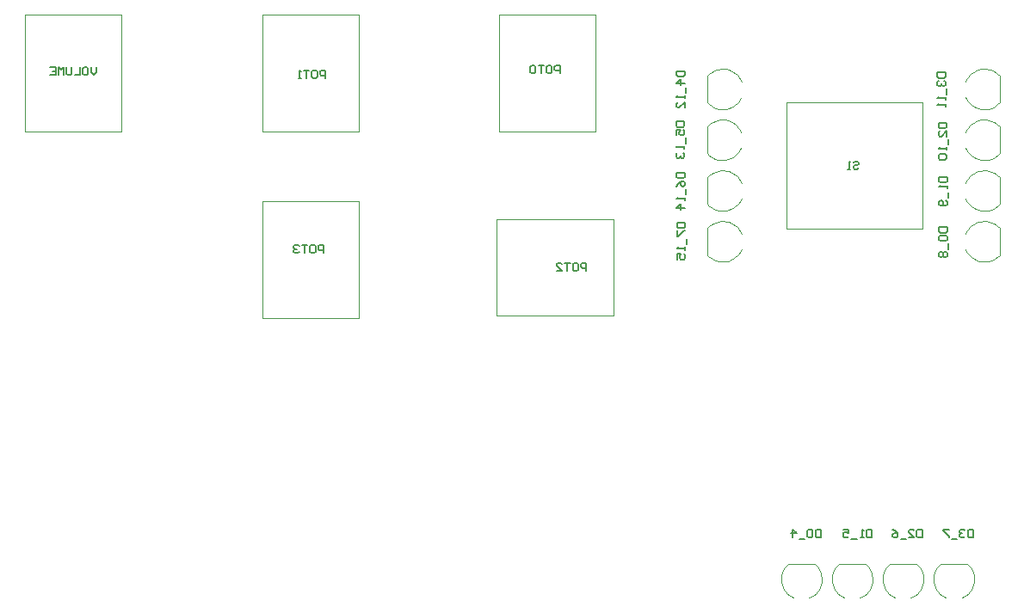
<source format=gbo>
G04*
G04 #@! TF.GenerationSoftware,Altium Limited,Altium Designer,20.1.11 (218)*
G04*
G04 Layer_Color=32896*
%FSLAX25Y25*%
%MOIN*%
G70*
G04*
G04 #@! TF.SameCoordinates,FE814F26-7F82-419D-9895-0DDABB92EEBD*
G04*
G04*
G04 #@! TF.FilePolarity,Positive*
G04*
G01*
G75*
%ADD13C,0.00394*%
%ADD15C,0.00591*%
D13*
X326172Y153013D02*
X325734Y153907D01*
X325186Y154739D01*
X324538Y155494D01*
X323799Y156162D01*
X322983Y156732D01*
X322100Y157193D01*
X321167Y157540D01*
X320197Y157766D01*
X319207Y157868D01*
X318211Y157844D01*
X317227Y157695D01*
X316269Y157422D01*
X315353Y157031D01*
X314494Y156528D01*
X313706Y155920D01*
X313000Y155218D01*
Y144782D02*
X313706Y144080D01*
X314494Y143472D01*
X315353Y142969D01*
X316269Y142578D01*
X317227Y142305D01*
X318211Y142156D01*
X319207Y142132D01*
X320197Y142234D01*
X321167Y142460D01*
X322100Y142807D01*
X322983Y143268D01*
X323799Y143838D01*
X324538Y144506D01*
X325186Y145261D01*
X325734Y146093D01*
X326172Y146987D01*
X326172Y172698D02*
X325734Y173592D01*
X325186Y174424D01*
X324538Y175180D01*
X323799Y175847D01*
X322983Y176417D01*
X322100Y176878D01*
X321167Y177225D01*
X320197Y177451D01*
X319207Y177553D01*
X318211Y177529D01*
X317227Y177380D01*
X316269Y177107D01*
X315354Y176716D01*
X314494Y176213D01*
X313706Y175605D01*
X313000Y174902D01*
Y164468D02*
X313706Y163765D01*
X314494Y163157D01*
X315354Y162654D01*
X316269Y162263D01*
X317227Y161990D01*
X318211Y161841D01*
X319207Y161817D01*
X320197Y161919D01*
X321167Y162145D01*
X322100Y162492D01*
X322983Y162953D01*
X323799Y163523D01*
X324538Y164191D01*
X325186Y164946D01*
X325734Y165778D01*
X326172Y166672D01*
X326015Y192383D02*
X325576Y193277D01*
X325029Y194109D01*
X324380Y194864D01*
X323642Y195532D01*
X322825Y196102D01*
X321943Y196563D01*
X321009Y196910D01*
X320040Y197136D01*
X319049Y197238D01*
X318054Y197214D01*
X317070Y197065D01*
X316112Y196792D01*
X315196Y196401D01*
X314337Y195898D01*
X313548Y195290D01*
X312843Y194588D01*
Y184153D02*
X313548Y183450D01*
X314337Y182842D01*
X315196Y182339D01*
X316112Y181948D01*
X317070Y181675D01*
X318054Y181526D01*
X319049Y181502D01*
X320040Y181604D01*
X321009Y181830D01*
X321943Y182177D01*
X322825Y182639D01*
X323642Y183208D01*
X324380Y183876D01*
X325029Y184631D01*
X325576Y185463D01*
X326015Y186357D01*
X326172Y212068D02*
X325734Y212962D01*
X325186Y213794D01*
X324538Y214549D01*
X323799Y215217D01*
X322983Y215787D01*
X322100Y216248D01*
X321167Y216595D01*
X320197Y216821D01*
X319207Y216923D01*
X318211Y216899D01*
X317227Y216750D01*
X316269Y216477D01*
X315354Y216087D01*
X314494Y215583D01*
X313706Y214975D01*
X313000Y214273D01*
Y203838D02*
X313706Y203135D01*
X314494Y202527D01*
X315354Y202024D01*
X316269Y201633D01*
X317227Y201360D01*
X318211Y201211D01*
X319207Y201187D01*
X320197Y201289D01*
X321167Y201515D01*
X322100Y201862D01*
X322983Y202324D01*
X323799Y202893D01*
X324538Y203561D01*
X325186Y204316D01*
X325734Y205148D01*
X326172Y206042D01*
X413001Y206042D02*
X413439Y205148D01*
X413987Y204316D01*
X414635Y203561D01*
X415374Y202893D01*
X416191Y202324D01*
X417073Y201862D01*
X418006Y201515D01*
X418976Y201289D01*
X419967Y201187D01*
X420962Y201211D01*
X421946Y201360D01*
X422904Y201633D01*
X423820Y202024D01*
X424679Y202527D01*
X425467Y203135D01*
X426173Y203838D01*
Y214273D02*
X425467Y214975D01*
X424679Y215583D01*
X423820Y216086D01*
X422904Y216477D01*
X421946Y216750D01*
X420962Y216899D01*
X419967Y216923D01*
X418976Y216821D01*
X418006Y216595D01*
X417073Y216248D01*
X416191Y215787D01*
X415374Y215217D01*
X414635Y214549D01*
X413987Y213794D01*
X413439Y212962D01*
X413001Y212068D01*
X411478Y11820D02*
X412372Y12258D01*
X413203Y12806D01*
X413959Y13454D01*
X414627Y14193D01*
X415196Y15010D01*
X415658Y15892D01*
X416004Y16825D01*
X416230Y17795D01*
X416332Y18785D01*
X416308Y19781D01*
X416159Y20765D01*
X415887Y21723D01*
X415496Y22639D01*
X414992Y23498D01*
X414384Y24286D01*
X413682Y24992D01*
X403247D02*
X402544Y24286D01*
X401937Y23498D01*
X401433Y22639D01*
X401042Y21723D01*
X400770Y20765D01*
X400620Y19781D01*
X400597Y18785D01*
X400698Y17795D01*
X400924Y16825D01*
X401271Y15892D01*
X401733Y15010D01*
X402302Y14193D01*
X402970Y13454D01*
X403726Y12806D01*
X404557Y12258D01*
X405451Y11820D01*
X413001Y186357D02*
X413439Y185463D01*
X413987Y184631D01*
X414635Y183876D01*
X415374Y183208D01*
X416191Y182639D01*
X417073Y182177D01*
X418006Y181830D01*
X418976Y181604D01*
X419967Y181502D01*
X420962Y181526D01*
X421946Y181675D01*
X422904Y181948D01*
X423820Y182339D01*
X424679Y182842D01*
X425467Y183450D01*
X426173Y184153D01*
Y194588D02*
X425467Y195290D01*
X424679Y195898D01*
X423820Y196401D01*
X422904Y196792D01*
X421946Y197065D01*
X420962Y197214D01*
X419967Y197238D01*
X418976Y197136D01*
X418006Y196910D01*
X417073Y196563D01*
X416191Y196102D01*
X415374Y195532D01*
X414635Y194864D01*
X413987Y194109D01*
X413439Y193277D01*
X413001Y192383D01*
X391793Y11820D02*
X392687Y12258D01*
X393518Y12806D01*
X394274Y13454D01*
X394942Y14193D01*
X395511Y15010D01*
X395973Y15892D01*
X396319Y16825D01*
X396545Y17795D01*
X396647Y18785D01*
X396623Y19781D01*
X396474Y20765D01*
X396202Y21723D01*
X395811Y22639D01*
X395307Y23498D01*
X394699Y24286D01*
X393997Y24992D01*
X383562D02*
X382859Y24286D01*
X382252Y23498D01*
X381748Y22639D01*
X381357Y21723D01*
X381085Y20765D01*
X380935Y19781D01*
X380911Y18785D01*
X381013Y17795D01*
X381240Y16825D01*
X381586Y15892D01*
X382048Y15010D01*
X382617Y14193D01*
X383285Y13454D01*
X384041Y12806D01*
X384872Y12258D01*
X385766Y11820D01*
X413001Y166672D02*
X413439Y165778D01*
X413987Y164946D01*
X414635Y164191D01*
X415374Y163523D01*
X416191Y162953D01*
X417073Y162492D01*
X418006Y162145D01*
X418976Y161919D01*
X419966Y161817D01*
X420962Y161841D01*
X421946Y161990D01*
X422904Y162263D01*
X423820Y162654D01*
X424679Y163157D01*
X425467Y163765D01*
X426173Y164468D01*
Y174902D02*
X425467Y175605D01*
X424679Y176213D01*
X423820Y176716D01*
X422904Y177107D01*
X421946Y177380D01*
X420962Y177529D01*
X419966Y177553D01*
X418976Y177451D01*
X418006Y177225D01*
X417073Y176878D01*
X416191Y176417D01*
X415374Y175847D01*
X414635Y175179D01*
X413987Y174424D01*
X413439Y173592D01*
X413001Y172698D01*
X372108Y11820D02*
X373002Y12258D01*
X373833Y12806D01*
X374589Y13454D01*
X375257Y14193D01*
X375826Y15010D01*
X376288Y15892D01*
X376634Y16825D01*
X376860Y17795D01*
X376962Y18785D01*
X376939Y19781D01*
X376789Y20765D01*
X376517Y21723D01*
X376126Y22639D01*
X375622Y23498D01*
X375014Y24286D01*
X374312Y24992D01*
X363877D02*
X363174Y24286D01*
X362567Y23498D01*
X362063Y22639D01*
X361672Y21723D01*
X361400Y20765D01*
X361250Y19781D01*
X361227Y18785D01*
X361328Y17795D01*
X361555Y16825D01*
X361901Y15892D01*
X362363Y15010D01*
X362932Y14193D01*
X363600Y13454D01*
X364356Y12806D01*
X365187Y12258D01*
X366081Y11820D01*
X413001Y146987D02*
X413439Y146093D01*
X413987Y145261D01*
X414635Y144506D01*
X415374Y143838D01*
X416191Y143268D01*
X417073Y142807D01*
X418006Y142460D01*
X418976Y142234D01*
X419967Y142132D01*
X420962Y142156D01*
X421946Y142305D01*
X422904Y142578D01*
X423820Y142969D01*
X424679Y143472D01*
X425467Y144080D01*
X426173Y144782D01*
Y155218D02*
X425467Y155920D01*
X424679Y156528D01*
X423820Y157031D01*
X422904Y157422D01*
X421946Y157695D01*
X420962Y157844D01*
X419967Y157868D01*
X418976Y157766D01*
X418006Y157540D01*
X417073Y157193D01*
X416191Y156732D01*
X415374Y156162D01*
X414635Y155494D01*
X413987Y154739D01*
X413439Y153907D01*
X413001Y153013D01*
X352423Y11820D02*
X353317Y12258D01*
X354148Y12806D01*
X354904Y13454D01*
X355572Y14193D01*
X356141Y15010D01*
X356603Y15892D01*
X356949Y16825D01*
X357175Y17795D01*
X357277Y18785D01*
X357254Y19781D01*
X357104Y20765D01*
X356832Y21723D01*
X356441Y22639D01*
X355937Y23498D01*
X355329Y24286D01*
X354627Y24992D01*
X344192D02*
X343489Y24286D01*
X342882Y23498D01*
X342378Y22639D01*
X341987Y21723D01*
X341715Y20765D01*
X341565Y19781D01*
X341542Y18785D01*
X341643Y17795D01*
X341869Y16825D01*
X342216Y15892D01*
X342678Y15010D01*
X343247Y14193D01*
X343915Y13454D01*
X344671Y12806D01*
X345502Y12258D01*
X346396Y11820D01*
X312996Y144787D02*
Y155213D01*
X312996Y164472D02*
Y174898D01*
X312839Y184157D02*
Y194583D01*
X312996Y203842D02*
Y214268D01*
X426177Y203842D02*
Y214268D01*
X403252Y24996D02*
X413677D01*
X426177Y184157D02*
Y194583D01*
X383567Y24996D02*
X393992D01*
X426177Y164472D02*
Y174898D01*
X363882Y24996D02*
X374307D01*
X426177Y144787D02*
Y155213D01*
X344197Y24996D02*
X354622D01*
X48622Y192520D02*
X86024D01*
X48622Y237795D02*
X86024D01*
Y192520D02*
Y237795D01*
X48622Y192520D02*
Y237795D01*
X140551Y165551D02*
X177953D01*
X140551Y120276D02*
X177953D01*
X140551D02*
Y165551D01*
X177953Y120276D02*
Y165551D01*
X276575Y121260D02*
Y158661D01*
X231299Y121260D02*
Y158661D01*
X276575D01*
X231299Y121260D02*
X276575D01*
X140551Y192520D02*
X177953D01*
X140551Y237795D02*
X177953D01*
Y192520D02*
Y237795D01*
X140551Y192520D02*
Y237795D01*
X232283Y192520D02*
X269685D01*
X232283Y237795D02*
X269685D01*
Y192520D02*
Y237795D01*
X232283Y192520D02*
Y237795D01*
X396260Y155118D02*
Y203937D01*
X343504D02*
X362382D01*
X396260D01*
X343504Y155118D02*
X362382D01*
X396260D01*
X343504D02*
Y203937D01*
D15*
X369488Y180577D02*
X370013Y181102D01*
X371062D01*
X371587Y180577D01*
Y180052D01*
X371062Y179528D01*
X370013D01*
X369488Y179003D01*
Y178478D01*
X370013Y177953D01*
X371062D01*
X371587Y178478D01*
X368439Y177953D02*
X367389D01*
X367914D01*
Y181102D01*
X368439Y180577D01*
X415924Y38387D02*
Y35239D01*
X414350D01*
X413825Y35763D01*
Y37862D01*
X414350Y38387D01*
X415924D01*
X412776Y37862D02*
X412251Y38387D01*
X411201D01*
X410677Y37862D01*
Y37338D01*
X411201Y36813D01*
X411726D01*
X411201D01*
X410677Y36288D01*
Y35763D01*
X411201Y35239D01*
X412251D01*
X412776Y35763D01*
X409627Y34714D02*
X407528D01*
X406479Y38387D02*
X404380D01*
Y37862D01*
X406479Y35763D01*
Y35239D01*
X396224Y38387D02*
Y35239D01*
X394650D01*
X394125Y35763D01*
Y37862D01*
X394650Y38387D01*
X396224D01*
X390977Y35239D02*
X393076D01*
X390977Y37338D01*
Y37862D01*
X391501Y38387D01*
X392551D01*
X393076Y37862D01*
X389927Y34714D02*
X387828D01*
X384680Y38387D02*
X385729Y37862D01*
X386779Y36813D01*
Y35763D01*
X386254Y35239D01*
X385204D01*
X384680Y35763D01*
Y36288D01*
X385204Y36813D01*
X386779D01*
X376624Y38387D02*
Y35239D01*
X375050D01*
X374525Y35763D01*
Y37862D01*
X375050Y38387D01*
X376624D01*
X373476Y35239D02*
X372426D01*
X372951D01*
Y38387D01*
X373476Y37862D01*
X370852Y34714D02*
X368753D01*
X365604Y38387D02*
X367703D01*
Y36813D01*
X366654Y37338D01*
X366129D01*
X365604Y36813D01*
Y35763D01*
X366129Y35239D01*
X367179D01*
X367703Y35763D01*
X356924Y38387D02*
Y35239D01*
X355350D01*
X354825Y35763D01*
Y37862D01*
X355350Y38387D01*
X356924D01*
X353776Y37862D02*
X353251Y38387D01*
X352202D01*
X351677Y37862D01*
Y35763D01*
X352202Y35239D01*
X353251D01*
X353776Y35763D01*
Y37862D01*
X350627Y34714D02*
X348528D01*
X345904Y35239D02*
Y38387D01*
X347479Y36813D01*
X345380D01*
X76244Y217618D02*
Y215518D01*
X75194Y214469D01*
X74145Y215518D01*
Y217618D01*
X71521D02*
X72571D01*
X73095Y217093D01*
Y214994D01*
X72571Y214469D01*
X71521D01*
X70996Y214994D01*
Y217093D01*
X71521Y217618D01*
X69947D02*
Y214469D01*
X67848D01*
X66798Y217618D02*
Y214994D01*
X66273Y214469D01*
X65224D01*
X64699Y214994D01*
Y217618D01*
X63649Y214469D02*
Y217618D01*
X62600Y216568D01*
X61550Y217618D01*
Y214469D01*
X58402Y217618D02*
X60501D01*
Y214469D01*
X58402D01*
X60501Y216043D02*
X59451D01*
X164335Y145519D02*
Y148668D01*
X162761D01*
X162236Y148143D01*
Y147094D01*
X162761Y146569D01*
X164335D01*
X159613Y148668D02*
X160662D01*
X161187Y148143D01*
Y146044D01*
X160662Y145519D01*
X159613D01*
X159088Y146044D01*
Y148143D01*
X159613Y148668D01*
X158038D02*
X155939D01*
X156989D01*
Y145519D01*
X154890Y148143D02*
X154365Y148668D01*
X153315D01*
X152791Y148143D01*
Y147618D01*
X153315Y147094D01*
X153840D01*
X153315D01*
X152791Y146569D01*
Y146044D01*
X153315Y145519D01*
X154365D01*
X154890Y146044D01*
X266107Y138583D02*
Y141732D01*
X264533D01*
X264008Y141207D01*
Y140157D01*
X264533Y139633D01*
X266107D01*
X261384Y141732D02*
X262434D01*
X262959Y141207D01*
Y139108D01*
X262434Y138583D01*
X261384D01*
X260859Y139108D01*
Y141207D01*
X261384Y141732D01*
X259810D02*
X257711D01*
X258760D01*
Y138583D01*
X254562D02*
X256661D01*
X254562Y140682D01*
Y141207D01*
X255087Y141732D01*
X256136D01*
X256661Y141207D01*
X164992Y213288D02*
Y216437D01*
X163417D01*
X162893Y215912D01*
Y214862D01*
X163417Y214337D01*
X164992D01*
X160269Y216437D02*
X161318D01*
X161843Y215912D01*
Y213813D01*
X161318Y213288D01*
X160269D01*
X159744Y213813D01*
Y215912D01*
X160269Y216437D01*
X158695D02*
X156596D01*
X157645D01*
Y213288D01*
X155546D02*
X154496D01*
X155021D01*
Y216437D01*
X155546Y215912D01*
X255871Y215158D02*
Y218307D01*
X254296D01*
X253772Y217782D01*
Y216732D01*
X254296Y216208D01*
X255871D01*
X251148Y218307D02*
X252198D01*
X252722Y217782D01*
Y215683D01*
X252198Y215158D01*
X251148D01*
X250623Y215683D01*
Y217782D01*
X251148Y218307D01*
X249574D02*
X247475D01*
X248524D01*
Y215158D01*
X246425Y217782D02*
X245900Y218307D01*
X244851D01*
X244326Y217782D01*
Y215683D01*
X244851Y215158D01*
X245900D01*
X246425Y215683D01*
Y217782D01*
X300919Y196478D02*
X304068D01*
Y194904D01*
X303543Y194379D01*
X301444D01*
X300919Y194904D01*
Y196478D01*
Y191231D02*
Y193330D01*
X302494D01*
X301969Y192280D01*
Y191755D01*
X302494Y191231D01*
X303543D01*
X304068Y191755D01*
Y192805D01*
X303543Y193330D01*
X304593Y190181D02*
Y188082D01*
X304068Y187032D02*
Y185983D01*
Y186508D01*
X300919D01*
X301444Y187032D01*
Y184409D02*
X300919Y183884D01*
Y182834D01*
X301444Y182310D01*
X301969D01*
X302494Y182834D01*
Y183359D01*
Y182834D01*
X303018Y182310D01*
X303543D01*
X304068Y182834D01*
Y183884D01*
X303543Y184409D01*
X402494Y195962D02*
X405643D01*
Y194388D01*
X405118Y193863D01*
X403019D01*
X402494Y194388D01*
Y195962D01*
X405643Y190715D02*
Y192814D01*
X403544Y190715D01*
X403019D01*
X402494Y191239D01*
Y192289D01*
X403019Y192814D01*
X406167Y189665D02*
Y187566D01*
X405643Y186516D02*
Y185467D01*
Y185992D01*
X402494D01*
X403019Y186516D01*
Y183893D02*
X402494Y183368D01*
Y182318D01*
X403019Y181794D01*
X405118D01*
X405643Y182318D01*
Y183368D01*
X405118Y183893D01*
X403019D01*
X301116Y176573D02*
X304265D01*
Y174998D01*
X303740Y174474D01*
X301641D01*
X301116Y174998D01*
Y176573D01*
Y171325D02*
X301641Y172374D01*
X302690Y173424D01*
X303740D01*
X304265Y172899D01*
Y171850D01*
X303740Y171325D01*
X303215D01*
X302690Y171850D01*
Y173424D01*
X304789Y170275D02*
Y168176D01*
X304265Y167127D02*
Y166077D01*
Y166602D01*
X301116D01*
X301641Y167127D01*
X304265Y162929D02*
X301116D01*
X302690Y164503D01*
Y162404D01*
X301215Y157281D02*
X304363D01*
Y155707D01*
X303838Y155182D01*
X301739D01*
X301215Y155707D01*
Y157281D01*
Y154133D02*
Y152033D01*
X301739D01*
X303838Y154133D01*
X304363D01*
X304888Y150984D02*
Y148885D01*
X304363Y147835D02*
Y146786D01*
Y147311D01*
X301215D01*
X301739Y147835D01*
X301215Y143113D02*
Y145212D01*
X302789D01*
X302264Y144162D01*
Y143637D01*
X302789Y143113D01*
X303838D01*
X304363Y143637D01*
Y144687D01*
X303838Y145212D01*
X402691Y155477D02*
X405839D01*
Y153903D01*
X405315Y153378D01*
X403216D01*
X402691Y153903D01*
Y155477D01*
X403216Y152329D02*
X402691Y151804D01*
Y150754D01*
X403216Y150230D01*
X405315D01*
X405839Y150754D01*
Y151804D01*
X405315Y152329D01*
X403216D01*
X406364Y149180D02*
Y147081D01*
X403216Y146031D02*
X402691Y145507D01*
Y144457D01*
X403216Y143932D01*
X403740D01*
X404265Y144457D01*
X404790Y143932D01*
X405315D01*
X405839Y144457D01*
Y145507D01*
X405315Y146031D01*
X404790D01*
X404265Y145507D01*
X403740Y146031D01*
X403216D01*
X404265Y145507D02*
Y144457D01*
X402100Y215516D02*
X405249D01*
Y213942D01*
X404724Y213417D01*
X402625D01*
X402100Y213942D01*
Y215516D01*
X402625Y212368D02*
X402100Y211843D01*
Y210793D01*
X402625Y210269D01*
X403150D01*
X403675Y210793D01*
Y211318D01*
Y210793D01*
X404199Y210269D01*
X404724D01*
X405249Y210793D01*
Y211843D01*
X404724Y212368D01*
X405774Y209219D02*
Y207120D01*
X405249Y206070D02*
Y205021D01*
Y205546D01*
X402100D01*
X402625Y206070D01*
X405249Y203447D02*
Y202397D01*
Y202922D01*
X402100D01*
X402625Y203447D01*
X402691Y174900D02*
X405839D01*
Y173326D01*
X405315Y172801D01*
X403216D01*
X402691Y173326D01*
Y174900D01*
X405839Y171751D02*
Y170702D01*
Y171226D01*
X402691D01*
X403216Y171751D01*
X406364Y169127D02*
Y167028D01*
X405315Y165979D02*
X405839Y165454D01*
Y164404D01*
X405315Y163880D01*
X403216D01*
X402691Y164404D01*
Y165454D01*
X403216Y165979D01*
X403740D01*
X404265Y165454D01*
Y163880D01*
X301018Y216041D02*
X304166D01*
Y214467D01*
X303641Y213942D01*
X301542D01*
X301018Y214467D01*
Y216041D01*
X304166Y211318D02*
X301018D01*
X302592Y212892D01*
Y210793D01*
X304691Y209744D02*
Y207645D01*
X304166Y206595D02*
Y205546D01*
Y206070D01*
X301018D01*
X301542Y206595D01*
X304166Y201872D02*
Y203971D01*
X302067Y201872D01*
X301542D01*
X301018Y202397D01*
Y203447D01*
X301542Y203971D01*
M02*

</source>
